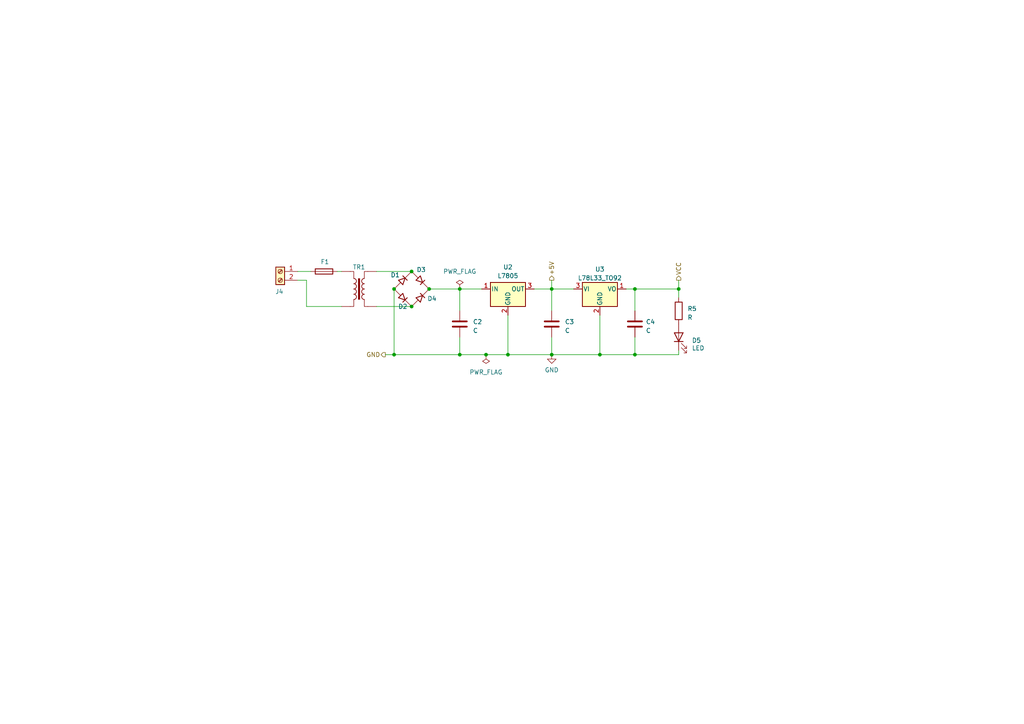
<source format=kicad_sch>
(kicad_sch (version 20231120) (generator "eeschema") (generator_version "8.0")
  (paper "A4")
  (lib_symbols
    (symbol "Connector:Screw_Terminal_01x02" (pin_names (offset 1.016) hide)
      (property "Reference" "J" (at 0 2.54 0))
      (property "Value" "Screw_Terminal_01x02" (at 0 -5.08 0))
      (symbol "Screw_Terminal_01x02_1_1"
        (rectangle (start -1.27 1.27) (end 1.27 -3.81) (stroke (width 0.254)) (fill (type background)))
        (circle (center 0 -2.54) (radius 0.635) (stroke (width 0.1524)))
        (polyline (pts (xy -0.5334 -2.2098) (xy 0.3302 -3.048)) (stroke (width 0.1524)))
        (polyline (pts (xy -0.5334 0.3302) (xy 0.3302 -0.508)) (stroke (width 0.1524)))
        (polyline (pts (xy -0.3556 -2.032) (xy 0.508 -2.8702)) (stroke (width 0.1524)))
        (polyline (pts (xy -0.3556 0.508) (xy 0.508 -0.3302)) (stroke (width 0.1524)))
        (circle (center 0 0) (radius 0.635) (stroke (width 0.1524)))
        (pin passive line (at -5.08 0 0) (length 3.81) (name "Pin_1") (number "1"))
        (pin passive line (at -5.08 -2.54 0) (length 3.81) (name "Pin_2") (number "2"))
      )
    )
    (symbol "Device:C" (pin_numbers hide) (pin_names (offset 0.254))
      (property "Reference" "C" (at 0.635 2.54 0))
      (property "Value" "C" (at 0.635 -2.54 0))
      (symbol "C_0_1"
        (polyline (pts (xy -2.032 -0.762) (xy 2.032 -0.762)) (stroke (width 0.508)))
        (polyline (pts (xy -2.032 0.762) (xy 2.032 0.762)) (stroke (width 0.508)))
      )
      (symbol "C_1_1"
        (pin passive line (at 0 3.81 270) (length 2.794) (name "~") (number "1"))
        (pin passive line (at 0 -3.81 90) (length 2.794) (name "~") (number "2"))
      )
    )
    (symbol "Device:D_45deg" (pin_numbers hide) (pin_names (offset 0) hide)
      (property "Reference" "D" (at 1.27 2.54 0))
      (property "Value" "D_45deg" (at 1.27 0 0))
      (symbol "D_45deg_0_1"
        (polyline (pts (xy -0.635 0.635) (xy -2.54 2.54)))
        (polyline (pts (xy 0 -1.27) (xy 1.27 0)) (stroke (width 0.254)))
        (polyline (pts (xy 2.54 -2.54) (xy 0.635 -0.635)))
        (polyline (pts (xy -1.27 0) (xy 0 1.27) (xy 0.635 -0.635) (xy -1.27 0)) (stroke (width 0.254)))
      )
      (symbol "D_45deg_1_1"
        (pin passive line (at 2.54 -2.54 180) (length 0) (name "K") (number "1"))
        (pin passive line (at -2.54 2.54 0) (length 0) (name "A") (number "2"))
      )
    )
    (symbol "Device:Fuse" (pin_numbers hide) (pin_names (offset 0))
      (property "Reference" "F" (at 2.032 0 90))
      (property "Value" "Fuse" (at -1.905 0 90))
      (symbol "Fuse_0_1"
        (rectangle (start -0.762 -2.54) (end 0.762 2.54) (stroke (width 0.254)))
        (polyline (pts (xy 0 2.54) (xy 0 -2.54)))
      )
      (symbol "Fuse_1_1"
        (pin passive line (at 0 3.81 270) (length 1.27) (name "~") (number "1"))
        (pin passive line (at 0 -3.81 90) (length 1.27) (name "~") (number "2"))
      )
    )
    (symbol "Device:LED" (pin_numbers hide) (pin_names (offset 1.016) hide)
      (property "Reference" "D" (at 0 2.54 0))
      (property "Value" "LED" (at 0 -2.54 0))
      (symbol "LED_0_1"
        (polyline (pts (xy -1.27 -1.27) (xy -1.27 1.27)) (stroke (width 0.254)))
        (polyline (pts (xy -1.27 0) (xy 1.27 0)))
        (polyline (pts (xy 1.27 -1.27) (xy 1.27 1.27) (xy -1.27 0) (xy 1.27 -1.27)) (stroke (width 0.254)))
        (polyline (pts (xy -3.048 -0.762) (xy -4.572 -2.286) (xy -3.81 -2.286) (xy -4.572 -2.286) (xy -4.572 -1.524)))
        (polyline (pts (xy -1.778 -0.762) (xy -3.302 -2.286) (xy -2.54 -2.286) (xy -3.302 -2.286) (xy -3.302 -1.524)))
      )
      (symbol "LED_1_1"
        (pin passive line (at -3.81 0 0) (length 2.54) (name "K") (number "1"))
        (pin passive line (at 3.81 0 180) (length 2.54) (name "A") (number "2"))
      )
    )
    (symbol "Device:R" (pin_numbers hide) (pin_names (offset 0))
      (property "Reference" "R" (at 2.032 0 90))
      (property "Value" "R" (at 0 0 90))
      (symbol "R_0_1"
        (rectangle (start -1.016 -2.54) (end 1.016 2.54) (stroke (width 0.254)))
      )
      (symbol "R_1_1"
        (pin passive line (at 0 3.81 270) (length 1.27) (name "~") (number "1"))
        (pin passive line (at 0 -3.81 90) (length 1.27) (name "~") (number "2"))
      )
    )
    (symbol "Regulator_Linear:L7805" (pin_names (offset 0.254))
      (property "Reference" "U" (at -3.81 3.175 0))
      (property "Value" "L7805" (at 0 3.175 0))
      (symbol "L7805_0_1"
        (rectangle (start -5.08 1.905) (end 5.08 -5.08) (stroke (width 0.254)) (fill (type background)))
      )
      (symbol "L7805_1_1"
        (pin power_in line (at -7.62 0 0) (length 2.54) (name "IN") (number "1"))
        (pin power_in line (at 0 -7.62 90) (length 2.54) (name "GND") (number "2"))
        (pin power_out line (at 7.62 0 180) (length 2.54) (name "OUT") (number "3"))
      )
    )
    (symbol "Regulator_Linear:L78L33_TO92" (pin_names (offset 0.254))
      (property "Reference" "U" (at -3.81 3.175 0))
      (property "Value" "L78L33_TO92" (at 0 3.175 0))
      (symbol "L78L33_TO92_0_1"
        (rectangle (start -5.08 -5.08) (end 5.08 1.905) (stroke (width 0.254)) (fill (type background)))
      )
      (symbol "L78L33_TO92_1_1"
        (pin power_out line (at 7.62 0 180) (length 2.54) (name "VO") (number "1"))
        (pin power_in line (at 0 -7.62 90) (length 2.54) (name "GND") (number "2"))
        (pin power_in line (at -7.62 0 0) (length 2.54) (name "VI") (number "3"))
      )
    )
    (symbol "Transformer:TRANSF1" (pin_numbers hide) (pin_names (offset 0))
      (property "Reference" "TR" (at 0 6.35 0))
      (property "Value" "TRANSF1" (at 0 -6.35 0))
      (symbol "TRANSF1_0_1"
        (arc (start -1.524 -3.048) (mid -0.7653 -2.286) (end -1.524 -1.524) (stroke (width 0.2032)))
        (arc (start -1.524 -1.524) (mid -0.7653 -0.762) (end -1.524 0) (stroke (width 0.2032)))
        (arc (start -1.524 0) (mid -0.7653 0.762) (end -1.524 1.524) (stroke (width 0.2032)))
        (arc (start -1.524 1.524) (mid -0.7653 2.286) (end -1.524 3.048) (stroke (width 0.2032)))
        (rectangle (start -0.254 3.048) (end 0.254 -3.048) (stroke (width 0.0254)) (fill (type outline)))
        (polyline (pts (xy -2.54 5.08) (xy -1.524 5.08) (xy -1.524 3.048) (xy -1.524 3.048)) (stroke (width 0.1524)))
        (polyline (pts (xy -1.524 -3.048) (xy -1.524 -5.08) (xy -2.54 -5.08) (xy -2.54 -5.08)) (stroke (width 0.1524)))
        (polyline (pts (xy 1.524 3.048) (xy 1.524 5.08) (xy 2.54 5.08) (xy 2.54 5.08)) (stroke (width 0.1524)))
        (polyline (pts (xy 2.54 -5.08) (xy 1.524 -5.08) (xy 1.524 -3.048) (xy 1.524 -3.048)) (stroke (width 0.1524)))
        (arc (start 1.524 -1.524) (mid 0.7653 -2.286) (end 1.524 -3.048) (stroke (width 0.2032)))
        (arc (start 1.524 0) (mid 0.7653 -0.762) (end 1.524 -1.524) (stroke (width 0.2032)))
        (arc (start 1.524 1.524) (mid 0.7653 0.762) (end 1.524 0) (stroke (width 0.2032)))
        (arc (start 1.524 3.048) (mid 0.7653 2.286) (end 1.524 1.524) (stroke (width 0.2032)))
      )
      (symbol "TRANSF1_1_1"
        (pin passive line (at -5.08 5.08 0) (length 2.54) (name "~") (number "1"))
        (pin passive line (at -5.08 -5.08 0) (length 2.54) (name "~") (number "2"))
        (pin passive line (at 5.08 -5.08 180) (length 2.54) (name "~") (number "3"))
        (pin passive line (at 5.08 5.08 180) (length 2.54) (name "~") (number "4"))
      )
    )
    (symbol "power:GND" (power) (pin_names (offset 0))
      (property "Value" "GND" (at 0 -3.81 0))
      (symbol "GND_0_1"
        (polyline (pts (xy 0 0) (xy 0 -1.27) (xy 1.27 -1.27) (xy 0 -2.54) (xy -1.27 -1.27) (xy 0 -1.27)))
      )
      (symbol "GND_1_1"
        (pin power_in line (at 0 0 270) (length 0) hide (name "GND") (number "1"))
      )
    )
    (symbol "power:PWR_FLAG" (power) (pin_numbers hide) (pin_names (offset 0) hide)
      (property "Value" "PWR_FLAG" (at 0 3.81 0))
      (symbol "PWR_FLAG_0_0"
        (pin power_out line (at 0 0 90) (length 0) (name "~") (number "1"))
      )
      (symbol "PWR_FLAG_0_1"
        (polyline (pts (xy 0 0) (xy 0 1.27) (xy -1.016 1.905) (xy 0 2.54) (xy 1.016 1.905) (xy 0 1.27)))
      )
    )
  )
  (junction (at 124.46 83.82))
  (junction (at 184.15 102.87))
  (junction (at 147.32 102.87))
  (junction (at 119.38 88.9))
  (junction (at 133.35 102.87))
  (junction (at 114.3 102.87))
  (junction (at 140.97 102.87))
  (junction (at 160.02 102.87))
  (junction (at 114.3 83.82))
  (junction (at 160.02 83.82))
  (junction (at 133.35 83.82))
  (junction (at 119.38 78.74))
  (junction (at 184.15 83.82))
  (junction (at 173.99 102.87))
  (junction (at 196.85 83.82))
  (wire (pts (xy 160.02 81.28) (xy 160.02 83.82)))
  (wire (pts (xy 196.85 83.82) (xy 196.85 86.36)))
  (wire (pts (xy 173.99 102.87) (xy 184.15 102.87)))
  (wire (pts (xy 196.85 81.28) (xy 196.85 83.82)))
  (wire (pts (xy 88.9 88.9) (xy 99.06 88.9)))
  (wire (pts (xy 184.15 83.82) (xy 181.61 83.82)))
  (wire (pts (xy 133.35 83.82) (xy 139.7 83.82)))
  (wire (pts (xy 109.22 88.9) (xy 119.38 88.9)))
  (wire (pts (xy 111.76 102.87) (xy 114.3 102.87)))
  (wire (pts (xy 133.35 102.87) (xy 133.35 97.79)))
  (wire (pts (xy 160.02 83.82) (xy 160.02 90.17)))
  (wire (pts (xy 86.36 81.28) (xy 88.9 81.28)))
  (wire (pts (xy 184.15 83.82) (xy 184.15 90.17)))
  (wire (pts (xy 160.02 83.82) (xy 166.37 83.82)))
  (wire (pts (xy 88.9 81.28) (xy 88.9 88.9)))
  (wire (pts (xy 184.15 102.87) (xy 196.85 102.87)))
  (wire (pts (xy 133.35 83.82) (xy 133.35 90.17)))
  (wire (pts (xy 196.85 102.87) (xy 196.85 101.6)))
  (wire (pts (xy 133.35 102.87) (xy 140.97 102.87)))
  (wire (pts (xy 97.79 78.74) (xy 99.06 78.74)))
  (wire (pts (xy 86.36 78.74) (xy 90.17 78.74)))
  (wire (pts (xy 160.02 102.87) (xy 160.02 97.79)))
  (wire (pts (xy 140.97 102.87) (xy 147.32 102.87)))
  (wire (pts (xy 184.15 102.87) (xy 184.15 97.79)))
  (wire (pts (xy 114.3 102.87) (xy 133.35 102.87)))
  (wire (pts (xy 160.02 102.87) (xy 173.99 102.87)))
  (wire (pts (xy 196.85 83.82) (xy 184.15 83.82)))
  (wire (pts (xy 147.32 102.87) (xy 160.02 102.87)))
  (wire (pts (xy 124.46 83.82) (xy 133.35 83.82)))
  (wire (pts (xy 109.22 78.74) (xy 119.38 78.74)))
  (wire (pts (xy 173.99 91.44) (xy 173.99 102.87)))
  (wire (pts (xy 114.3 83.82) (xy 114.3 102.87)))
  (wire (pts (xy 147.32 91.44) (xy 147.32 102.87)))
  (wire (pts (xy 154.94 83.82) (xy 160.02 83.82)))
  (hierarchical_label "+5V" (shape output) (at 160.02 81.28 90))
  (hierarchical_label "VCC" (shape output) (at 196.85 81.28 90))
  (hierarchical_label "GND" (shape output) (at 111.76 102.87 180))
  (symbol (lib_id "Device:D_45deg") (at 121.92 81.28 0) (unit 1)
    (property "Reference" "D3" (at 122.174 78.232 0))
    (property "Value" "D_45deg" (effects (hide yes)))
    (property "Description" "Diode, rotated by 45°" (effects (hide yes)))
    (property "Sim.Device" "D" (effects (hide yes)))
    (property "Sim.Pins" "1=K 2=A" (effects (hide yes)))
  )
  (symbol (lib_id "Device:LED") (at 196.85 97.79 90) (unit 1)
    (property "Reference" "D5" (at 200.66 98.7425 90) (effects (justify right)))
    (property "Value" "LED" (at 200.66 100.965 90) (effects (justify right)))
  )
  (symbol (lib_id "Regulator_Linear:L78L33_TO92") (at 173.99 83.82 0) (unit 1)
    (property "Reference" "U3" (at 173.99 78.105 0))
    (property "Value" "L78L33_TO92" (at 173.99 80.645 0))
    (property "Footprint" "Package_TO_SOT_THT:TO-92_Inline" (effects (hide yes)))
    (property "Datasheet" "http://www.st.com/content/ccc/resource/technical/document/datasheet/15/55/e5/aa/23/5b/43/fd/CD00000446.pdf/files/CD00000446.pdf/jcr:content/translations/en.CD00000446.pdf" (effects (hide yes)))
  )
  (symbol (lib_id "Regulator_Linear:L7805") (at 147.32 83.82 0) (unit 1)
    (property "Reference" "U2" (at 147.32 77.47 0))
    (property "Value" "L7805" (at 147.32 80.01 0))
    (property "Datasheet" "http://www.st.com/content/ccc/resource/technical/document/datasheet/41/4f/b3/b0/12/d4/47/88/CD00000444.pdf/files/CD00000444.pdf/jcr:content/translations/en.CD00000444.pdf" (effects (hide yes)))
  )
  (symbol (lib_id "Device:Fuse") (at 93.98 78.74 90) (unit 1)
    (property "Reference" "F1" (at 94.234 75.946 90))
    (property "Value" "Fuse" (effects (hide yes)))
    (property "Description" "Fuse" (effects (hide yes)))
  )
  (symbol (lib_id "Transformer:TRANSF1") (at 104.14 83.82 0) (unit 1)
    (property "Reference" "TR1" (at 104.14 77.47 0))
    (property "Value" "TRANSF1" (effects (hide yes)))
  )
  (symbol (lib_id "Device:D_45deg") (at 116.84 81.28 90) (unit 1)
    (property "Reference" "D1" (at 113.284 79.756 90) (effects (justify right)))
    (property "Value" "D_45deg" (effects (hide yes)))
    (property "Description" "Diode, rotated by 45°" (effects (hide yes)))
    (property "Sim.Device" "D" (effects (hide yes)))
    (property "Sim.Pins" "1=K 2=A" (effects (hide yes)))
  )
  (symbol (lib_id "Device:D_45deg") (at 121.92 86.36 90) (unit 1)
    (property "Reference" "D4" (at 123.952 86.614 90) (effects (justify right)))
    (property "Value" "D_45deg" (effects (hide yes)))
    (property "Description" "Diode, rotated by 45°" (effects (hide yes)))
    (property "Sim.Device" "D" (effects (hide yes)))
    (property "Sim.Pins" "1=K 2=A" (effects (hide yes)))
  )
  (symbol (lib_id "Device:R") (at 196.85 90.17 0) (unit 1)
    (property "Reference" "R5" (at 199.39 89.535 0) (effects (justify left)))
    (property "Value" "R" (at 199.39 92.075 0) (effects (justify left)))
  )
  (symbol (lib_id "Device:D_45deg") (at 116.84 86.36 0) (unit 1)
    (property "Reference" "D2" (at 116.84 88.9 0))
    (property "Value" "D_45deg" (effects (hide yes)))
    (property "Description" "Diode, rotated by 45°" (effects (hide yes)))
    (property "Sim.Device" "D" (effects (hide yes)))
    (property "Sim.Pins" "1=K 2=A" (effects (hide yes)))
  )
  (symbol (lib_id "Connector:Screw_Terminal_01x02") (at 81.28 78.74 0) (mirror y) (unit 1)
    (property "Reference" "J4" (at 81.026 84.582 0))
    (property "Value" "Screw_Terminal_01x02" (effects (hide yes)))
    (property "Description" "Generic screw terminal, single row, 01x02, script generated (kicad-library-utils/schlib/autogen/connector/)" (effects (hide yes)))
  )
  (symbol (lib_id "Device:C") (at 160.02 93.98 0) (unit 1)
    (property "Reference" "C3" (at 163.83 93.345 0) (effects (justify left)))
    (property "Value" "C" (at 163.83 95.885 0) (effects (justify left)))
  )
  (symbol (lib_id "Device:C") (at 184.15 93.98 0) (unit 1)
    (property "Reference" "C4" (at 187.325 93.345 0) (effects (justify left)))
    (property "Value" "C" (at 187.325 95.885 0) (effects (justify left)))
  )
  (symbol (lib_id "Device:C") (at 133.35 93.98 0) (unit 1)
    (property "Reference" "C2" (at 137.16 93.345 0) (effects (justify left)))
    (property "Value" "C" (at 137.16 95.885 0) (effects (justify left)))
  )
  (symbol (lib_id "power:GND") (at 160.02 102.87 0) (unit 1)
    (property "Reference" "#PWR014" (effects (hide yes)))
    (property "Value" "GND" (at 160.02 107.315 0))
  )
  (symbol (lib_id "power:PWR_FLAG") (at 133.35 83.82 0) (unit 1)
    (property "Reference" "#FLG01" (effects (hide yes)))
    (property "Value" "PWR_FLAG" (at 133.35 78.74 0))
    (property "Description" "Special symbol for telling ERC where power comes from" (effects (hide yes)))
  )
  (symbol (lib_id "power:PWR_FLAG") (at 140.97 102.87 180) (unit 1)
    (property "Reference" "#FLG02" (effects (hide yes)))
    (property "Value" "PWR_FLAG" (at 140.97 107.95 0))
    (property "Description" "Special symbol for telling ERC where power comes from" (effects (hide yes)))
  )
)
</source>
